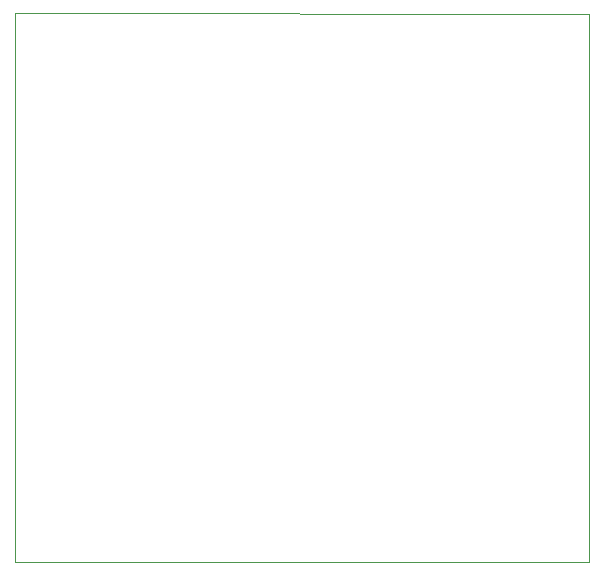
<source format=gbr>
%TF.GenerationSoftware,KiCad,Pcbnew,(5.1.8)-1*%
%TF.CreationDate,2021-05-09T22:57:12+08:00*%
%TF.ProjectId,ccd_with_stm32,6363645f-7769-4746-985f-73746d33322e,rev?*%
%TF.SameCoordinates,Original*%
%TF.FileFunction,Profile,NP*%
%FSLAX46Y46*%
G04 Gerber Fmt 4.6, Leading zero omitted, Abs format (unit mm)*
G04 Created by KiCad (PCBNEW (5.1.8)-1) date 2021-05-09 22:57:12*
%MOMM*%
%LPD*%
G01*
G04 APERTURE LIST*
%TA.AperFunction,Profile*%
%ADD10C,0.050000*%
%TD*%
G04 APERTURE END LIST*
D10*
X122400000Y-124130000D02*
X122400000Y-77690000D01*
X171010000Y-124130000D02*
X122400000Y-124130000D01*
X171010000Y-77750000D02*
X171010000Y-124130000D01*
X122400000Y-77690000D02*
X171010000Y-77750000D01*
M02*

</source>
